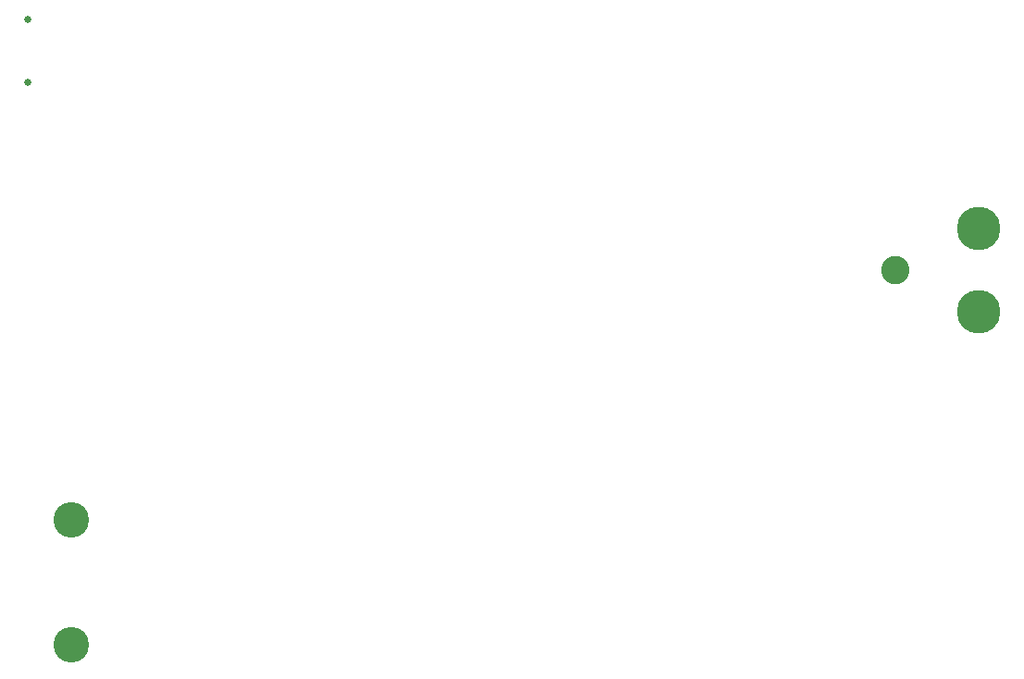
<source format=gbr>
%TF.GenerationSoftware,Altium Limited,Altium Designer,23.8.1 (32)*%
G04 Layer_Color=0*
%FSLAX45Y45*%
%MOMM*%
%TF.SameCoordinates,47205040-CD91-4698-B5C6-F5A5CD4DDF21*%
%TF.FilePolarity,Positive*%
%TF.FileFunction,NonPlated,1,4,NPTH,Drill*%
%TF.Part,Single*%
G01*
G75*
%TA.AperFunction,ComponentDrill*%
%ADD165C,3.99000*%
%ADD166C,2.59000*%
%ADD167C,0.65000*%
%ADD168C,3.25000*%
D165*
X11722100Y6413500D02*
D03*
Y7175500D02*
D03*
D166*
X10960100Y6794500D02*
D03*
D167*
X3031100Y9090100D02*
D03*
Y8512100D02*
D03*
D168*
X3431000Y4508500D02*
D03*
Y3365500D02*
D03*
%TF.MD5,03434089e4e79d9d9b95c0fd79f915c1*%
M02*

</source>
